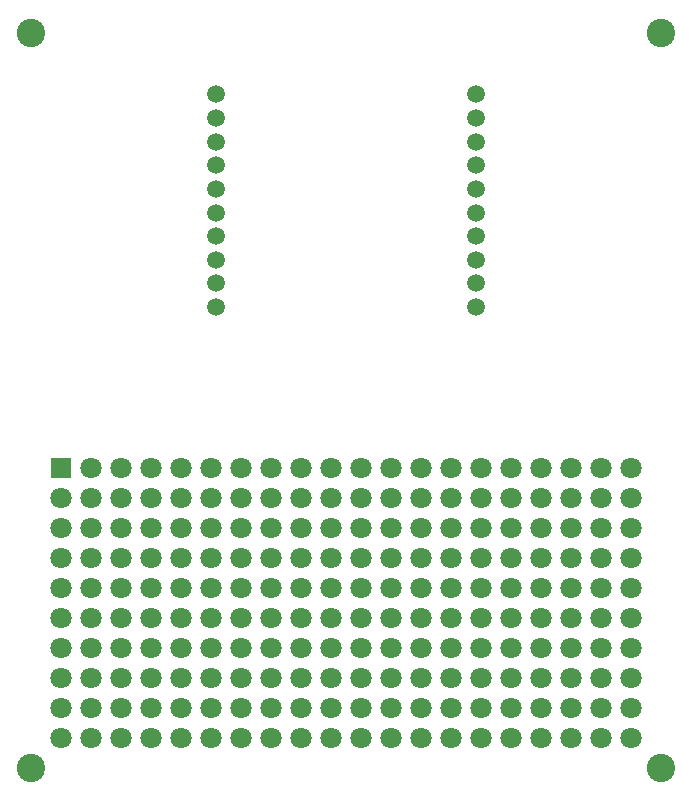
<source format=gbr>
G04 EAGLE Gerber RS-274X export*
G75*
%MOMM*%
%FSLAX34Y34*%
%LPD*%
%INSoldermask Bottom*%
%IPPOS*%
%AMOC8*
5,1,8,0,0,1.08239X$1,22.5*%
G01*
%ADD10C,2.403200*%
%ADD11C,1.511200*%
%ADD12R,1.803400X1.803400*%
%ADD13C,1.803400*%


D10*
X25400Y50800D03*
X558800Y50800D03*
X558800Y673100D03*
X25400Y673100D03*
D11*
X182100Y620860D03*
X182100Y600860D03*
X182100Y580860D03*
X182100Y560860D03*
X182100Y540860D03*
X182100Y520860D03*
X182100Y500860D03*
X182100Y480860D03*
X182100Y460860D03*
X182100Y440860D03*
X402100Y440860D03*
X402100Y460860D03*
X402100Y480860D03*
X402100Y500860D03*
X402100Y520860D03*
X402100Y540860D03*
X402100Y560860D03*
X402100Y580860D03*
X402100Y600860D03*
X402100Y620860D03*
D12*
X50800Y304800D03*
D13*
X76200Y304800D03*
X101600Y304800D03*
X127000Y304800D03*
X152400Y304800D03*
X177800Y304800D03*
X203200Y304800D03*
X228600Y304800D03*
X254000Y304800D03*
X279400Y304800D03*
X304800Y304800D03*
X330200Y304800D03*
X355600Y304800D03*
X381000Y304800D03*
X406400Y304800D03*
X431800Y304800D03*
X457200Y304800D03*
X482600Y304800D03*
X508000Y304800D03*
X533400Y304800D03*
X50800Y279400D03*
X76200Y279400D03*
X101600Y279400D03*
X127000Y279400D03*
X152400Y279400D03*
X177800Y279400D03*
X203200Y279400D03*
X228600Y279400D03*
X254000Y279400D03*
X279400Y279400D03*
X304800Y279400D03*
X330200Y279400D03*
X355600Y279400D03*
X381000Y279400D03*
X406400Y279400D03*
X431800Y279400D03*
X457200Y279400D03*
X482600Y279400D03*
X508000Y279400D03*
X533400Y279400D03*
X50800Y254000D03*
X76200Y254000D03*
X101600Y254000D03*
X127000Y254000D03*
X152400Y254000D03*
X177800Y254000D03*
X203200Y254000D03*
X228600Y254000D03*
X254000Y254000D03*
X279400Y254000D03*
X304800Y254000D03*
X330200Y254000D03*
X355600Y254000D03*
X381000Y254000D03*
X406400Y254000D03*
X431800Y254000D03*
X457200Y254000D03*
X482600Y254000D03*
X508000Y254000D03*
X533400Y254000D03*
X50800Y228600D03*
X76200Y228600D03*
X101600Y228600D03*
X127000Y228600D03*
X152400Y228600D03*
X177800Y228600D03*
X203200Y228600D03*
X228600Y228600D03*
X254000Y228600D03*
X279400Y228600D03*
X304800Y228600D03*
X330200Y228600D03*
X355600Y228600D03*
X381000Y228600D03*
X406400Y228600D03*
X431800Y228600D03*
X457200Y228600D03*
X482600Y228600D03*
X508000Y228600D03*
X533400Y228600D03*
X50800Y203200D03*
X76200Y203200D03*
X101600Y203200D03*
X127000Y203200D03*
X152400Y203200D03*
X177800Y203200D03*
X203200Y203200D03*
X228600Y203200D03*
X254000Y203200D03*
X279400Y203200D03*
X304800Y203200D03*
X330200Y203200D03*
X355600Y203200D03*
X381000Y203200D03*
X406400Y203200D03*
X431800Y203200D03*
X457200Y203200D03*
X482600Y203200D03*
X508000Y203200D03*
X533400Y203200D03*
X50800Y177800D03*
X76200Y177800D03*
X101600Y177800D03*
X127000Y177800D03*
X152400Y177800D03*
X177800Y177800D03*
X203200Y177800D03*
X228600Y177800D03*
X254000Y177800D03*
X279400Y177800D03*
X304800Y177800D03*
X330200Y177800D03*
X355600Y177800D03*
X381000Y177800D03*
X406400Y177800D03*
X431800Y177800D03*
X457200Y177800D03*
X482600Y177800D03*
X508000Y177800D03*
X533400Y177800D03*
X50800Y152400D03*
X76200Y152400D03*
X101600Y152400D03*
X127000Y152400D03*
X152400Y152400D03*
X177800Y152400D03*
X203200Y152400D03*
X228600Y152400D03*
X254000Y152400D03*
X279400Y152400D03*
X304800Y152400D03*
X330200Y152400D03*
X355600Y152400D03*
X381000Y152400D03*
X406400Y152400D03*
X431800Y152400D03*
X457200Y152400D03*
X482600Y152400D03*
X508000Y152400D03*
X533400Y152400D03*
X50800Y127000D03*
X76200Y127000D03*
X101600Y127000D03*
X127000Y127000D03*
X152400Y127000D03*
X177800Y127000D03*
X203200Y127000D03*
X228600Y127000D03*
X254000Y127000D03*
X279400Y127000D03*
X304800Y127000D03*
X330200Y127000D03*
X355600Y127000D03*
X381000Y127000D03*
X406400Y127000D03*
X431800Y127000D03*
X457200Y127000D03*
X482600Y127000D03*
X508000Y127000D03*
X533400Y127000D03*
X50800Y101600D03*
X76200Y101600D03*
X101600Y101600D03*
X127000Y101600D03*
X152400Y101600D03*
X177800Y101600D03*
X203200Y101600D03*
X228600Y101600D03*
X254000Y101600D03*
X279400Y101600D03*
X304800Y101600D03*
X330200Y101600D03*
X355600Y101600D03*
X381000Y101600D03*
X406400Y101600D03*
X431800Y101600D03*
X457200Y101600D03*
X482600Y101600D03*
X508000Y101600D03*
X533400Y101600D03*
X50800Y76200D03*
X76200Y76200D03*
X101600Y76200D03*
X127000Y76200D03*
X152400Y76200D03*
X177800Y76200D03*
X203200Y76200D03*
X228600Y76200D03*
X254000Y76200D03*
X279400Y76200D03*
X304800Y76200D03*
X330200Y76200D03*
X355600Y76200D03*
X381000Y76200D03*
X406400Y76200D03*
X431800Y76200D03*
X457200Y76200D03*
X482600Y76200D03*
X508000Y76200D03*
X533400Y76200D03*
M02*

</source>
